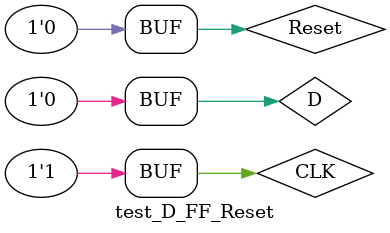
<source format=v>
`timescale 1ns / 1ps


module test_D_FF_Reset;

	// Inputs
	reg D;
	reg CLK;
	reg Reset;

	// Outputs
	wire Q;

	// Instantiate the Unit Under Test (UUT)
	D_FF_Reset uut (
		.D(D), 
		.CLK(CLK), 
		.Reset(Reset), 
		.Q(Q)
	);

	initial begin
		// Initialize Inputs
		CLK = 0;
		repeat(9)
		#100 CLK = ~CLK;
	end
	
	initial begin
		D = 0;
		repeat(6)
		#225 D = ~D;
		
	end
	
	initial begin
		Reset = 0;
		repeat(2)
		#600 Reset = ~Reset;
	end
      
endmodule


</source>
